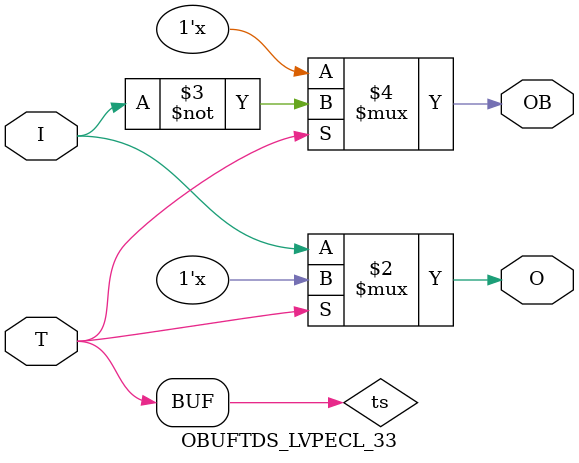
<source format=v>

/*

FUNCTION    : TRI-STATE OUTPUT BUFFER

*/

`celldefine
`timescale  100 ps / 10 ps

module OBUFTDS_LVPECL_33 (O, OB, I, T);

    output O, OB;

    input  I, T;

    or O1 (ts, 1'b0, T);
    bufif0 B1 (O, I, ts);
    notif0 N1 (OB, I, ts);

endmodule

</source>
